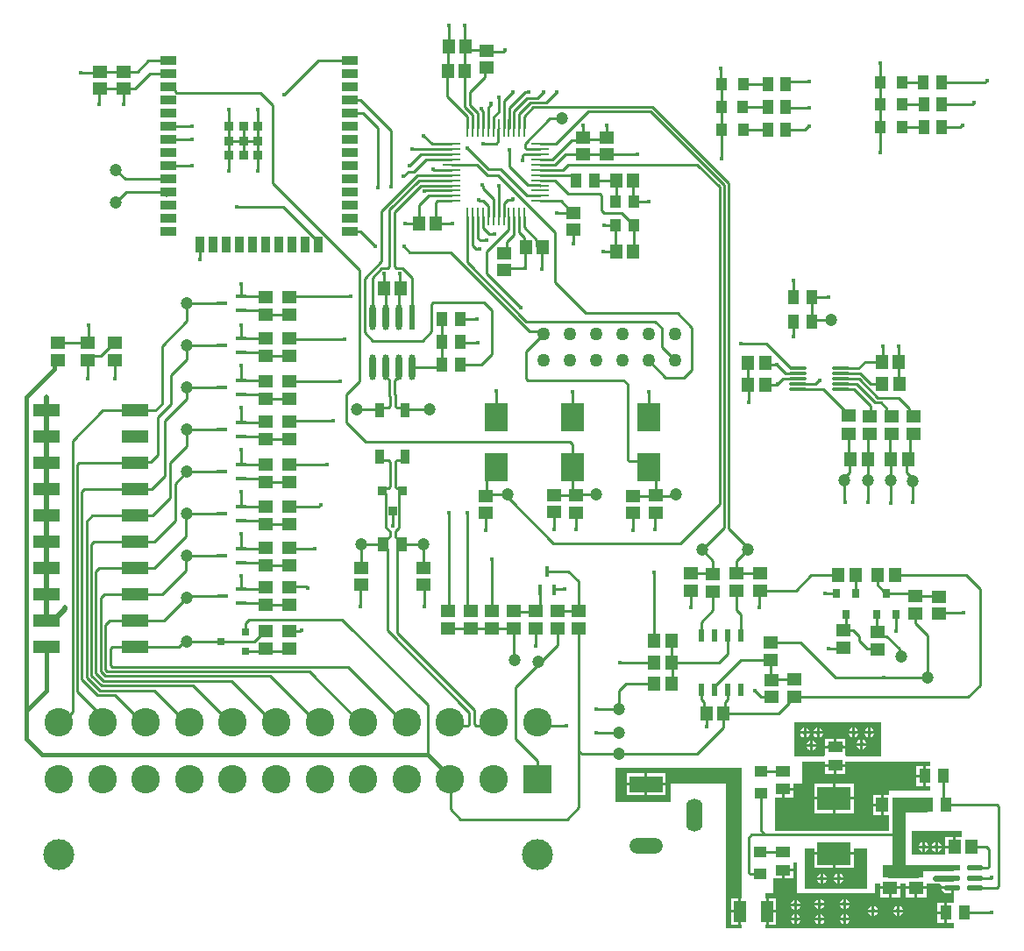
<source format=gtl>
G04*
G04 #@! TF.GenerationSoftware,Altium Limited,Altium Designer,24.6.1 (21)*
G04*
G04 Layer_Physical_Order=1*
G04 Layer_Color=255*
%FSLAX44Y44*%
%MOMM*%
G71*
G04*
G04 #@! TF.SameCoordinates,533720E8-7120-4541-8755-C975A74632B4*
G04*
G04*
G04 #@! TF.FilePolarity,Positive*
G04*
G01*
G75*
%ADD14C,0.2540*%
%ADD20R,0.2794X1.7780*%
%ADD21R,1.7780X0.2794*%
%ADD23R,0.9000X0.9000*%
%ADD24R,0.9000X1.5000*%
%ADD25R,1.5000X0.9000*%
%ADD27R,2.5654X1.2700*%
%ADD30R,0.9000X1.3500*%
%ADD34R,1.1430X2.0320*%
%ADD35R,3.3000X2.3000*%
%ADD36R,1.1176X0.4572*%
G04:AMPARAMS|DCode=37|XSize=1.5544mm|YSize=0.5721mm|CornerRadius=0.2861mm|HoleSize=0mm|Usage=FLASHONLY|Rotation=0.000|XOffset=0mm|YOffset=0mm|HoleType=Round|Shape=RoundedRectangle|*
%AMROUNDEDRECTD37*
21,1,1.5544,0.0000,0,0,0.0*
21,1,0.9823,0.5721,0,0,0.0*
1,1,0.5721,0.4911,0.0000*
1,1,0.5721,-0.4911,0.0000*
1,1,0.5721,-0.4911,0.0000*
1,1,0.5721,0.4911,0.0000*
%
%ADD37ROUNDEDRECTD37*%
%ADD38R,1.5544X0.5721*%
%ADD39R,0.4572X1.1176*%
%ADD40R,2.2000X2.8000*%
%ADD41R,0.8500X0.8500*%
%ADD42R,0.6221X2.4692*%
G04:AMPARAMS|DCode=43|XSize=2.4692mm|YSize=0.6221mm|CornerRadius=0.3111mm|HoleSize=0mm|Usage=FLASHONLY|Rotation=270.000|XOffset=0mm|YOffset=0mm|HoleType=Round|Shape=RoundedRectangle|*
%AMROUNDEDRECTD43*
21,1,2.4692,0.0000,0,0,270.0*
21,1,1.8470,0.6221,0,0,270.0*
1,1,0.6221,0.0000,-0.9235*
1,1,0.6221,0.0000,0.9235*
1,1,0.6221,0.0000,0.9235*
1,1,0.6221,0.0000,-0.9235*
%
%ADD43ROUNDEDRECTD43*%
%ADD44R,1.0500X1.3000*%
%ADD46R,0.4826X1.2573*%
%ADD50C,2.7500*%
%ADD51R,2.7500X2.7500*%
%ADD52C,3.0000*%
%ADD53C,1.2700*%
%ADD54R,3.2000X1.6000*%
G04:AMPARAMS|DCode=55|XSize=3.2mm|YSize=1.6mm|CornerRadius=0.8mm|HoleSize=0mm|Usage=FLASHONLY|Rotation=180.000|XOffset=0mm|YOffset=0mm|HoleType=Round|Shape=RoundedRectangle|*
%AMROUNDEDRECTD55*
21,1,3.2000,0.0000,0,0,180.0*
21,1,1.6000,1.6000,0,0,180.0*
1,1,1.6000,-0.8000,0.0000*
1,1,1.6000,0.8000,0.0000*
1,1,1.6000,0.8000,0.0000*
1,1,1.6000,-0.8000,0.0000*
%
%ADD55ROUNDEDRECTD55*%
G04:AMPARAMS|DCode=56|XSize=1.6mm|YSize=3.2mm|CornerRadius=0.8mm|HoleSize=0mm|Usage=FLASHONLY|Rotation=180.000|XOffset=0mm|YOffset=0mm|HoleType=Round|Shape=RoundedRectangle|*
%AMROUNDEDRECTD56*
21,1,1.6000,1.6000,0,0,180.0*
21,1,0.0000,3.2000,0,0,180.0*
1,1,1.6000,0.0000,0.8000*
1,1,1.6000,0.0000,0.8000*
1,1,1.6000,0.0000,-0.8000*
1,1,1.6000,0.0000,-0.8000*
%
%ADD56ROUNDEDRECTD56*%
%ADD58R,1.1000X1.3000*%
%ADD59C,1.2000*%
%ADD60O,1.7000X0.3000*%
%ADD61R,1.3500X1.2000*%
%ADD62R,1.2000X1.3500*%
%ADD63R,1.3000X1.4500*%
%ADD64R,1.4500X1.3000*%
%ADD65R,1.1000X1.4500*%
%ADD66R,1.4500X1.1000*%
%ADD67R,1.3000X1.1000*%
%ADD68R,0.8000X0.9000*%
%ADD69R,0.8000X0.8000*%
%ADD70C,0.5700*%
%ADD71C,0.4000*%
%ADD72C,0.5000*%
%ADD73C,0.9000*%
%ADD74C,1.3000*%
%ADD75C,0.6300*%
%ADD76C,1.4600*%
%ADD77C,0.4500*%
G36*
X1610360Y424180D02*
X1577946D01*
X1575700Y424890D01*
X1575700Y426720D01*
Y431660D01*
X1565910D01*
X1556120D01*
X1556120Y424890D01*
X1553874Y424180D01*
X1526540D01*
Y457200D01*
X1610360D01*
Y424180D01*
D02*
G37*
G36*
X1657350Y414920D02*
X1653680D01*
Y405130D01*
Y395340D01*
X1657350D01*
Y391160D01*
X1617980D01*
Y386980D01*
X1612520D01*
Y377190D01*
Y367400D01*
X1617980D01*
Y352262D01*
X1507490D01*
Y384331D01*
X1514204D01*
Y392371D01*
X1515474D01*
Y393641D01*
X1525264D01*
Y397510D01*
X1534160D01*
Y419100D01*
X1556120D01*
Y416700D01*
X1565910D01*
X1575700D01*
Y419100D01*
X1657350D01*
Y414920D01*
D02*
G37*
G36*
X1596390Y295910D02*
X1536700D01*
Y335280D01*
X1545600D01*
Y331640D01*
X1564640D01*
X1583680D01*
Y335280D01*
X1596390D01*
Y295910D01*
D02*
G37*
G36*
X1687830Y346257D02*
X1682354D01*
Y336467D01*
X1681084D01*
Y335197D01*
X1672044D01*
Y328980D01*
X1658620D01*
X1658370Y328930D01*
X1639570D01*
Y351790D01*
X1687830D01*
Y346257D01*
D02*
G37*
G36*
X1529080Y292100D02*
X1604010D01*
Y300990D01*
X1609046D01*
Y298357D01*
X1628626D01*
Y300990D01*
X1634237D01*
Y298357D01*
X1653817D01*
Y300990D01*
X1667261D01*
X1668740Y298450D01*
X1668723Y298367D01*
X1678889D01*
Y297097D01*
X1680159D01*
Y291591D01*
X1680459D01*
Y282840D01*
X1674000D01*
Y273050D01*
Y263260D01*
X1680459D01*
Y257885D01*
X1498600D01*
Y261620D01*
X1499235D01*
Y274320D01*
Y287020D01*
X1498600D01*
Y292100D01*
X1506220D01*
Y305877D01*
X1514204D01*
Y313918D01*
X1515474D01*
Y315187D01*
X1525264D01*
Y321310D01*
X1529080D01*
Y292100D01*
D02*
G37*
G36*
X1475740D02*
Y287020D01*
X1475105D01*
Y274320D01*
Y261620D01*
X1475740D01*
Y257885D01*
X1459981D01*
Y397510D01*
X1407160D01*
Y379730D01*
X1353820D01*
Y412750D01*
X1475740D01*
Y292100D01*
D02*
G37*
%LPC*%
G36*
X1600200Y451699D02*
Y448310D01*
X1603589D01*
X1602991Y449753D01*
X1601643Y451101D01*
X1600200Y451699D01*
D02*
G37*
G36*
X1597660D02*
X1596217Y451101D01*
X1594869Y449753D01*
X1594271Y448310D01*
X1597660D01*
Y451699D01*
D02*
G37*
G36*
X1584960D02*
Y448310D01*
X1588349D01*
X1587751Y449753D01*
X1586403Y451101D01*
X1584960Y451699D01*
D02*
G37*
G36*
X1582420D02*
X1580977Y451101D01*
X1579629Y449753D01*
X1579031Y448310D01*
X1582420D01*
Y451699D01*
D02*
G37*
G36*
X1550670D02*
Y448310D01*
X1554059D01*
X1553461Y449753D01*
X1552113Y451101D01*
X1550670Y451699D01*
D02*
G37*
G36*
X1548130D02*
X1546687Y451101D01*
X1545339Y449753D01*
X1544741Y448310D01*
X1548130D01*
Y451699D01*
D02*
G37*
G36*
X1537970D02*
Y448310D01*
X1541359D01*
X1540761Y449753D01*
X1539413Y451101D01*
X1537970Y451699D01*
D02*
G37*
G36*
X1535430D02*
X1533987Y451101D01*
X1532639Y449753D01*
X1532041Y448310D01*
X1535430D01*
Y451699D01*
D02*
G37*
G36*
X1603589Y445770D02*
X1600200D01*
Y442381D01*
X1601643Y442979D01*
X1602991Y444327D01*
X1603589Y445770D01*
D02*
G37*
G36*
X1597660D02*
X1594271D01*
X1594869Y444327D01*
X1596217Y442979D01*
X1597660Y442381D01*
Y445770D01*
D02*
G37*
G36*
X1588349D02*
X1584960D01*
Y442381D01*
X1586403Y442979D01*
X1587751Y444327D01*
X1588349Y445770D01*
D02*
G37*
G36*
X1582420D02*
X1579031D01*
X1579629Y444327D01*
X1580977Y442979D01*
X1582420Y442381D01*
Y445770D01*
D02*
G37*
G36*
X1554059D02*
X1550670D01*
Y442381D01*
X1552113Y442979D01*
X1553461Y444327D01*
X1554059Y445770D01*
D02*
G37*
G36*
X1548130D02*
X1544741D01*
X1545339Y444327D01*
X1546687Y442979D01*
X1548130Y442381D01*
Y445770D01*
D02*
G37*
G36*
X1541359D02*
X1537970D01*
Y442381D01*
X1539413Y442979D01*
X1540761Y444327D01*
X1541359Y445770D01*
D02*
G37*
G36*
X1535430D02*
X1532041D01*
X1532639Y444327D01*
X1533987Y442979D01*
X1535430Y442381D01*
Y445770D01*
D02*
G37*
G36*
X1592580Y440269D02*
Y436880D01*
X1595969D01*
X1595371Y438323D01*
X1594023Y439671D01*
X1592580Y440269D01*
D02*
G37*
G36*
X1590040D02*
X1588597Y439671D01*
X1587249Y438323D01*
X1586651Y436880D01*
X1590040D01*
Y440269D01*
D02*
G37*
G36*
X1544030Y439359D02*
Y435970D01*
X1547419D01*
X1546821Y437413D01*
X1545473Y438761D01*
X1544030Y439359D01*
D02*
G37*
G36*
X1541490D02*
X1540047Y438761D01*
X1538699Y437413D01*
X1538101Y435970D01*
X1541490D01*
Y439359D01*
D02*
G37*
G36*
X1568660Y441031D02*
X1568198Y440970D01*
X1567180D01*
Y434200D01*
X1575725D01*
X1575700Y434391D01*
Y440970D01*
X1569122D01*
X1568660Y441031D01*
D02*
G37*
G36*
X1563160Y441031D02*
X1562699Y440970D01*
X1556120D01*
Y434391D01*
X1556095Y434200D01*
X1564640D01*
Y440970D01*
X1563622D01*
X1563160Y441031D01*
D02*
G37*
G36*
X1595969Y434340D02*
X1592580D01*
Y430951D01*
X1594023Y431549D01*
X1595371Y432897D01*
X1595969Y434340D01*
D02*
G37*
G36*
X1590040D02*
X1586651D01*
X1587249Y432897D01*
X1588597Y431549D01*
X1590040Y430951D01*
Y434340D01*
D02*
G37*
G36*
X1547419Y433430D02*
X1544030D01*
Y430041D01*
X1545473Y430639D01*
X1546821Y431987D01*
X1547419Y433430D01*
D02*
G37*
G36*
X1541490D02*
X1538101D01*
X1538699Y431987D01*
X1540047Y430639D01*
X1541490Y430041D01*
Y433430D01*
D02*
G37*
G36*
X1575700Y414160D02*
X1567180D01*
Y407390D01*
X1575700D01*
Y414160D01*
D02*
G37*
G36*
X1564640D02*
X1556120D01*
Y407390D01*
X1564640D01*
Y414160D01*
D02*
G37*
G36*
X1651140Y414920D02*
X1644370D01*
Y406400D01*
X1651140D01*
Y414920D01*
D02*
G37*
G36*
Y403860D02*
X1644370D01*
Y395340D01*
X1651140D01*
Y403860D01*
D02*
G37*
G36*
X1583680Y397410D02*
X1565910D01*
Y384640D01*
X1583680D01*
Y397410D01*
D02*
G37*
G36*
X1563370D02*
X1545600D01*
Y384640D01*
X1563370D01*
Y397410D01*
D02*
G37*
G36*
X1525264Y391101D02*
X1516744D01*
Y384331D01*
X1525264D01*
Y391101D01*
D02*
G37*
G36*
X1609980Y386980D02*
X1602210D01*
Y378460D01*
X1609980D01*
Y386980D01*
D02*
G37*
G36*
X1583680Y382100D02*
X1565910D01*
Y369330D01*
X1583680D01*
Y382100D01*
D02*
G37*
G36*
X1563370D02*
X1545600D01*
Y369330D01*
X1563370D01*
Y382100D01*
D02*
G37*
G36*
X1609980Y375920D02*
X1602210D01*
Y367400D01*
X1609980D01*
Y375920D01*
D02*
G37*
G36*
X1583680Y329100D02*
X1565910D01*
Y316330D01*
X1583680D01*
Y329100D01*
D02*
G37*
G36*
X1563370D02*
X1545600D01*
Y316330D01*
X1563370D01*
Y329100D01*
D02*
G37*
G36*
X1570543Y310704D02*
Y307316D01*
X1573932D01*
X1573334Y308759D01*
X1571987Y310107D01*
X1570543Y310704D01*
D02*
G37*
G36*
X1568003D02*
X1566560Y310107D01*
X1565212Y308759D01*
X1564615Y307316D01*
X1568003D01*
Y310704D01*
D02*
G37*
G36*
X1554307Y310558D02*
Y307169D01*
X1557695D01*
X1557097Y308613D01*
X1555750Y309960D01*
X1554307Y310558D01*
D02*
G37*
G36*
X1551767D02*
X1550323Y309960D01*
X1548976Y308613D01*
X1548378Y307169D01*
X1551767D01*
Y310558D01*
D02*
G37*
G36*
X1573932Y304776D02*
X1570543D01*
Y301387D01*
X1571987Y301985D01*
X1573334Y303332D01*
X1573932Y304776D01*
D02*
G37*
G36*
X1568003D02*
X1564615D01*
X1565212Y303332D01*
X1566560Y301985D01*
X1568003Y301387D01*
Y304776D01*
D02*
G37*
G36*
X1557695Y304629D02*
X1554307D01*
Y301241D01*
X1555750Y301839D01*
X1557097Y303186D01*
X1557695Y304629D01*
D02*
G37*
G36*
X1551767D02*
X1548378D01*
X1548976Y303186D01*
X1550323Y301839D01*
X1551767Y301241D01*
Y304629D01*
D02*
G37*
G36*
X1664970Y341209D02*
Y337820D01*
X1668359D01*
X1667761Y339263D01*
X1666413Y340611D01*
X1664970Y341209D01*
D02*
G37*
G36*
X1662430D02*
X1660987Y340611D01*
X1659639Y339263D01*
X1659041Y337820D01*
X1662430D01*
Y341209D01*
D02*
G37*
G36*
X1652691D02*
Y337820D01*
X1656080D01*
X1655482Y339263D01*
X1654135Y340611D01*
X1652691Y341209D01*
D02*
G37*
G36*
X1650151D02*
X1648708Y340611D01*
X1647361Y339263D01*
X1646763Y337820D01*
X1650151D01*
Y341209D01*
D02*
G37*
G36*
X1679814Y346257D02*
X1672044D01*
Y337737D01*
X1679814D01*
Y346257D01*
D02*
G37*
G36*
X1668359Y335280D02*
X1664970D01*
Y331891D01*
X1666413Y332489D01*
X1667761Y333837D01*
X1668359Y335280D01*
D02*
G37*
G36*
X1662430D02*
X1659041D01*
X1659639Y333837D01*
X1660987Y332489D01*
X1662430Y331891D01*
Y335280D01*
D02*
G37*
G36*
X1656080D02*
X1652691D01*
Y331891D01*
X1654135Y332489D01*
X1655482Y333837D01*
X1656080Y335280D01*
D02*
G37*
G36*
X1650151D02*
X1646763D01*
X1647361Y333837D01*
X1648708Y332489D01*
X1650151Y331891D01*
Y335280D01*
D02*
G37*
G36*
X1525264Y312647D02*
X1516744D01*
Y305877D01*
X1525264D01*
Y312647D01*
D02*
G37*
G36*
X1677619Y295827D02*
X1668723D01*
X1668890Y294990D01*
X1670083Y293204D01*
X1671870Y292010D01*
X1673977Y291591D01*
X1677619D01*
Y295827D01*
D02*
G37*
G36*
X1653817Y295817D02*
X1645297D01*
Y288047D01*
X1653817D01*
Y295817D01*
D02*
G37*
G36*
X1642757D02*
X1634237D01*
Y288047D01*
X1642757D01*
Y295817D01*
D02*
G37*
G36*
X1628626D02*
X1620106D01*
Y288047D01*
X1628626D01*
Y295817D01*
D02*
G37*
G36*
X1617566D02*
X1609046D01*
Y288047D01*
X1617566D01*
Y295817D01*
D02*
G37*
G36*
X1576239Y286080D02*
Y282692D01*
X1579627D01*
X1579030Y284135D01*
X1577682Y285482D01*
X1576239Y286080D01*
D02*
G37*
G36*
X1573699D02*
X1572256Y285482D01*
X1570908Y284135D01*
X1570310Y282692D01*
X1573699D01*
Y286080D01*
D02*
G37*
G36*
X1552066Y285879D02*
Y282491D01*
X1555454D01*
X1554856Y283934D01*
X1553509Y285282D01*
X1552066Y285879D01*
D02*
G37*
G36*
X1549526D02*
X1548082Y285282D01*
X1546735Y283934D01*
X1546137Y282491D01*
X1549526D01*
Y285879D01*
D02*
G37*
G36*
X1528795Y285278D02*
Y281889D01*
X1532184D01*
X1531586Y283332D01*
X1530238Y284680D01*
X1528795Y285278D01*
D02*
G37*
G36*
X1526255D02*
X1524812Y284680D01*
X1523464Y283332D01*
X1522866Y281889D01*
X1526255D01*
Y285278D01*
D02*
G37*
G36*
X1579627Y280152D02*
X1576239D01*
Y276763D01*
X1577682Y277361D01*
X1579030Y278708D01*
X1579627Y280152D01*
D02*
G37*
G36*
X1573699D02*
X1570310D01*
X1570908Y278708D01*
X1572256Y277361D01*
X1573699Y276763D01*
Y280152D01*
D02*
G37*
G36*
X1555454Y279951D02*
X1552066D01*
Y276562D01*
X1553509Y277160D01*
X1554856Y278508D01*
X1555454Y279951D01*
D02*
G37*
G36*
X1549526D02*
X1546137D01*
X1546735Y278508D01*
X1548082Y277160D01*
X1549526Y276562D01*
Y279951D01*
D02*
G37*
G36*
X1627828Y279550D02*
Y276161D01*
X1631217D01*
X1630619Y277605D01*
X1629271Y278952D01*
X1627828Y279550D01*
D02*
G37*
G36*
X1625288D02*
X1623845Y278952D01*
X1622497Y277605D01*
X1621899Y276161D01*
X1625288D01*
Y279550D01*
D02*
G37*
G36*
X1603698D02*
Y276161D01*
X1607087D01*
X1606489Y277605D01*
X1605141Y278952D01*
X1603698Y279550D01*
D02*
G37*
G36*
X1601158D02*
X1599715Y278952D01*
X1598367Y277605D01*
X1597769Y276161D01*
X1601158D01*
Y279550D01*
D02*
G37*
G36*
X1532184Y279349D02*
X1528795D01*
Y275961D01*
X1530238Y276558D01*
X1531586Y277906D01*
X1532184Y279349D01*
D02*
G37*
G36*
X1526255D02*
X1522866D01*
X1523464Y277906D01*
X1524812Y276558D01*
X1526255Y275961D01*
Y279349D01*
D02*
G37*
G36*
X1508760Y287020D02*
X1501775D01*
Y275590D01*
X1508760D01*
Y287020D01*
D02*
G37*
G36*
X1671460Y282840D02*
X1664690D01*
Y274320D01*
X1671460D01*
Y282840D01*
D02*
G37*
G36*
X1631217Y273622D02*
X1627828D01*
Y270233D01*
X1629271Y270831D01*
X1630619Y272178D01*
X1631217Y273622D01*
D02*
G37*
G36*
X1625288D02*
X1621899D01*
X1622497Y272178D01*
X1623845Y270831D01*
X1625288Y270233D01*
Y273622D01*
D02*
G37*
G36*
X1607087D02*
X1603698D01*
Y270233D01*
X1605141Y270831D01*
X1606489Y272178D01*
X1607087Y273622D01*
D02*
G37*
G36*
X1601158D02*
X1597769D01*
X1598367Y272178D01*
X1599715Y270831D01*
X1601158Y270233D01*
Y273622D01*
D02*
G37*
G36*
X1529080Y271359D02*
Y267970D01*
X1532469D01*
X1531871Y269413D01*
X1530523Y270761D01*
X1529080Y271359D01*
D02*
G37*
G36*
X1526540D02*
X1525097Y270761D01*
X1523749Y269413D01*
X1523151Y267970D01*
X1526540D01*
Y271359D01*
D02*
G37*
G36*
X1576260Y271190D02*
Y267802D01*
X1579648D01*
X1579050Y269245D01*
X1577703Y270593D01*
X1576260Y271190D01*
D02*
G37*
G36*
X1573720D02*
X1572276Y270593D01*
X1570929Y269245D01*
X1570331Y267802D01*
X1573720D01*
Y271190D01*
D02*
G37*
G36*
X1552130D02*
Y267802D01*
X1555518D01*
X1554921Y269245D01*
X1553573Y270593D01*
X1552130Y271190D01*
D02*
G37*
G36*
X1549590D02*
X1548146Y270593D01*
X1546799Y269245D01*
X1546201Y267802D01*
X1549590D01*
Y271190D01*
D02*
G37*
G36*
X1671460Y271780D02*
X1664690D01*
Y263260D01*
X1671460D01*
Y271780D01*
D02*
G37*
G36*
X1532469Y265430D02*
X1529080D01*
Y262041D01*
X1530523Y262639D01*
X1531871Y263987D01*
X1532469Y265430D01*
D02*
G37*
G36*
X1526540D02*
X1523151D01*
X1523749Y263987D01*
X1525097Y262639D01*
X1526540Y262041D01*
Y265430D01*
D02*
G37*
G36*
X1579648Y265262D02*
X1576260D01*
Y261873D01*
X1577703Y262471D01*
X1579050Y263818D01*
X1579648Y265262D01*
D02*
G37*
G36*
X1573720D02*
X1570331D01*
X1570929Y263818D01*
X1572276Y262471D01*
X1573720Y261873D01*
Y265262D01*
D02*
G37*
G36*
X1555518D02*
X1552130D01*
Y261873D01*
X1553573Y262471D01*
X1554921Y263818D01*
X1555518Y265262D01*
D02*
G37*
G36*
X1549590D02*
X1546201D01*
X1546799Y263818D01*
X1548146Y262471D01*
X1549590Y261873D01*
Y265262D01*
D02*
G37*
G36*
X1508760Y273050D02*
X1501775D01*
Y261620D01*
X1508760D01*
Y273050D01*
D02*
G37*
G36*
X1401510Y407761D02*
X1384240D01*
Y398491D01*
X1401510D01*
Y407761D01*
D02*
G37*
G36*
X1381700D02*
X1364430D01*
Y398491D01*
X1381700D01*
Y407761D01*
D02*
G37*
G36*
X1401510Y395951D02*
X1384240D01*
Y386681D01*
X1401510D01*
Y395951D01*
D02*
G37*
G36*
X1381700D02*
X1364430D01*
Y386681D01*
X1381700D01*
Y395951D01*
D02*
G37*
G36*
X1472565Y287020D02*
X1465580D01*
Y275590D01*
X1472565D01*
Y287020D01*
D02*
G37*
G36*
Y273050D02*
X1465580D01*
Y261620D01*
X1472565D01*
Y273050D01*
D02*
G37*
%LPD*%
D14*
X1265138Y1005433D02*
X1280795D01*
X1263650Y1003945D02*
X1265138Y1005433D01*
X1263650Y999490D02*
Y1003945D01*
X1280795Y1005433D02*
X1280922Y1005560D01*
X1235730Y945408D02*
Y962640D01*
X1225554Y972816D02*
X1235730Y962640D01*
X1225554Y972816D02*
Y975279D01*
X1225179Y975654D02*
X1225554Y975279D01*
X1240750Y974138D02*
X1241260Y974648D01*
Y975178D01*
X1240750Y945388D02*
Y974138D01*
X1254362Y961927D02*
X1254737Y962303D01*
X1245750Y958359D02*
X1249318Y961927D01*
X1254362D01*
X1690230Y273050D02*
X1717040D01*
X1700981Y306684D02*
X1715853D01*
X1716510Y307340D01*
X1717040D01*
X1700894Y306597D02*
X1700981Y306684D01*
X1721902Y377190D02*
X1723390Y375702D01*
X1721902Y297097D02*
X1723390Y298585D01*
X1700894Y297097D02*
X1721902D01*
X1723390Y298585D02*
Y375702D01*
X1669910Y377190D02*
X1721902D01*
X1426210Y567690D02*
Y583710D01*
X1492250Y567690D02*
Y582930D01*
X1637943Y712503D02*
Y735081D01*
X1636640Y711200D02*
X1637943Y712503D01*
X1627410Y770350D02*
X1637249Y760511D01*
X1607160Y770350D02*
X1627410D01*
X1637249Y755608D02*
Y760511D01*
Y755608D02*
X1640668Y752189D01*
X1578859Y712611D02*
Y735955D01*
Y712611D02*
X1580270Y711200D01*
Y710450D02*
Y711200D01*
X1276289Y547139D02*
X1276604Y547453D01*
X1276289Y530682D02*
Y547139D01*
X1278890Y513080D02*
Y515620D01*
X1256897Y441093D02*
Y491087D01*
X1278890Y513080D01*
X1275080Y518160D02*
X1283970D01*
X1278160Y398780D02*
Y419830D01*
X1297724Y531914D02*
Y547365D01*
X1283970Y518160D02*
X1297724Y531914D01*
X1234580Y547453D02*
X1255150D01*
X1213609D02*
X1234580D01*
X1131686Y645246D02*
X1135732Y641199D01*
X1131686Y645246D02*
Y677787D01*
X1140812Y636118D02*
Y641144D01*
X1142300Y634630D02*
X1142476D01*
X1138206Y660767D02*
X1138300Y660673D01*
X1133436Y634630D02*
X1133928D01*
X1129206Y630400D02*
X1133436Y634630D01*
X1140812Y636118D02*
X1142300Y634630D01*
X1140812Y641144D02*
X1144726Y645057D01*
X1133928Y634630D02*
X1135732Y636435D01*
X1144726Y645057D02*
Y677787D01*
X1142476Y634630D02*
X1146706Y630400D01*
X1138300Y646438D02*
Y660673D01*
X1135732Y636435D02*
Y641199D01*
X1128706Y680767D02*
X1131686Y677787D01*
X1129206Y628650D02*
Y630400D01*
X1146706Y628650D02*
Y630400D01*
X1168693Y569140D02*
Y589650D01*
X1168543Y589800D02*
X1168693Y589650D01*
X1107515Y589528D02*
X1107777Y589790D01*
X1107515Y568859D02*
Y589528D01*
X1615334Y540203D02*
X1627727Y527810D01*
X1606489Y544416D02*
X1610701Y540203D01*
X1615334D01*
X1627727Y522383D02*
X1629410Y520700D01*
X1627727Y522383D02*
Y527810D01*
X1624832Y545333D02*
Y560964D01*
X1624686Y561110D02*
X1624832Y560964D01*
X1666759Y562749D02*
X1690209D01*
X1666240Y562230D02*
X1666759Y562749D01*
X1370440Y659036D02*
X1370813Y659409D01*
X1370440Y642123D02*
Y659036D01*
X1392040Y642868D02*
Y658701D01*
X1392341Y659002D01*
X1315880Y643148D02*
Y659179D01*
X1315668Y659392D02*
X1315880Y659179D01*
X1294280Y642961D02*
Y659870D01*
X1294130Y660020D02*
X1294280Y659870D01*
X1249680Y674350D02*
Y676910D01*
X1252652Y671089D02*
Y671378D01*
X1293821Y629920D02*
X1416050D01*
X1249680Y674350D02*
X1252652Y671378D01*
Y671089D02*
X1293821Y629920D01*
X1229360Y676910D02*
X1249680D01*
X1550140Y787400D02*
X1550670D01*
X1546410Y783670D02*
X1550140Y787400D01*
X1530170Y783670D02*
X1546410D01*
X1554644Y778670D02*
X1580689Y752624D01*
X1530170Y778670D02*
X1554644D01*
X1203609Y824310D02*
X1204435Y823485D01*
X1220584D01*
X1203497Y846531D02*
X1203765Y846263D01*
X1219822D01*
X1210310Y567752D02*
X1213609Y564453D01*
X1210310Y567752D02*
Y659130D01*
X1455912Y1001867D02*
Y1029186D01*
Y1001867D02*
X1456071Y1001709D01*
X1344930Y1005460D02*
X1374282D01*
X1374435Y1005307D01*
X1192530Y1109980D02*
Y1130300D01*
X1207770Y1110740D02*
Y1130300D01*
Y1110740D02*
X1208530Y1109980D01*
X1248410Y915311D02*
Y920750D01*
X1245870Y913130D02*
X1246229D01*
X1248410Y915311D01*
Y920750D02*
X1255750Y928090D01*
X1229360Y890386D02*
Y911812D01*
Y890386D02*
X1262356Y857390D01*
X1210750Y901189D02*
Y945388D01*
X1154847Y911186D02*
X1194333D01*
X1270930Y834589D01*
X1278482D01*
X1267730Y844209D02*
X1392190D01*
X1210750Y901189D02*
X1267730Y844209D01*
X1229360Y911812D02*
X1250750Y933202D01*
X1266840Y895800D02*
Y911737D01*
X1265378Y913199D02*
X1266840Y911737D01*
X1250750Y933202D02*
Y945388D01*
X1282948Y895121D02*
Y911537D01*
X1277850Y916635D02*
X1282948Y911537D01*
X1247200Y895800D02*
X1266840D01*
X1260750Y929870D02*
Y945388D01*
X1265378Y913199D02*
Y925242D01*
X1260750Y929870D02*
X1265378Y925242D01*
X1265877Y935033D02*
X1277850Y923060D01*
X1265877Y935033D02*
Y945261D01*
X1277850Y916635D02*
Y923060D01*
X1265750Y945388D02*
X1265877Y945261D01*
X1008380Y989330D02*
Y1004340D01*
X1008650Y1004610D01*
X1478537Y629065D02*
X1481604Y625999D01*
X1478537Y629065D02*
Y629166D01*
X1463230Y644473D02*
X1478537Y629166D01*
X1463230Y644473D02*
Y977851D01*
X1481604Y623439D02*
Y625999D01*
X1457540Y465797D02*
X1511287D01*
X1521138Y475648D01*
X1525868Y481128D02*
X1526618D01*
X1521138Y476398D02*
X1525868Y481128D01*
X1521138Y475648D02*
Y476398D01*
X1286610Y1055470D02*
X1296670Y1065530D01*
X1271370Y1055470D02*
X1286610D01*
X1241245Y1060368D02*
X1241337Y1060276D01*
Y1047027D02*
Y1060276D01*
X1245877Y1057365D02*
X1254443Y1065931D01*
X1245877Y1030859D02*
Y1057365D01*
X1233830Y1053798D02*
Y1054328D01*
X1230750Y1050717D02*
X1233830Y1053798D01*
X1230750Y1030732D02*
Y1050717D01*
X1224280Y1048889D02*
X1225750Y1047419D01*
X1224280Y1048889D02*
Y1049419D01*
X1225750Y1030732D02*
Y1047419D01*
X1235750Y1041440D02*
X1241337Y1047027D01*
X1266190Y1012048D02*
X1267678Y1010560D01*
X1266190Y1016000D02*
X1290265Y1040075D01*
X1267678Y1010560D02*
X1280922D01*
X1266190Y1012048D02*
Y1016000D01*
X1290265Y1040075D02*
X1301695D01*
X1301750Y1040130D01*
X1295527Y881932D02*
Y930333D01*
X1325289Y852170D02*
X1413510D01*
X1295527Y881932D02*
X1325289Y852170D01*
X1240340Y985520D02*
X1295527Y930333D01*
X1230129Y985520D02*
X1240340D01*
X1427480Y797560D02*
Y838200D01*
X1413510Y852170D02*
X1427480Y838200D01*
X1402080Y789940D02*
X1419860D01*
X1385570Y806450D02*
X1402080Y789940D01*
X1419860D02*
X1427480Y797560D01*
X1392190Y844209D02*
X1398235Y838165D01*
X1220089Y995560D02*
X1230129Y985520D01*
X1195578Y995560D02*
X1220089D01*
X1231231Y990838D02*
X1242614D01*
X1210770Y1011300D02*
X1231231Y990838D01*
X1236605Y928745D02*
X1236980Y928370D01*
X1170175Y970560D02*
X1195578D01*
X1168826Y969741D02*
X1169356D01*
X1170175Y970560D01*
X1149149Y984250D02*
X1153673Y988774D01*
X1159249D01*
X1171035Y1000560D02*
X1195578D01*
X1159249Y988774D02*
X1171035Y1000560D01*
X1162165Y985270D02*
X1179268D01*
X1140460Y949960D02*
X1166060Y975560D01*
X1163956Y980640D02*
X1195318D01*
X1135380Y952064D02*
X1163956Y980640D01*
X1166060Y975560D02*
X1195398D01*
X1127767Y950872D02*
X1162165Y985270D01*
X1135380Y897278D02*
Y952064D01*
X1127767Y901964D02*
Y950872D01*
X1180210Y938530D02*
X1196340D01*
X1107640Y1057710D02*
X1137153Y1028196D01*
X1136868Y974480D02*
X1137153Y974765D01*
Y1028196D01*
X1110180Y1045010D02*
X1124402Y1030788D01*
Y973528D02*
Y1030788D01*
X1111250Y885447D02*
X1127767Y901964D01*
X1107251Y930910D02*
X1121542Y916619D01*
X1097350Y930910D02*
X1107251D01*
X1111250Y833338D02*
X1119088Y825500D01*
X1111250Y833338D02*
Y885447D01*
X1093622Y773964D02*
X1106170Y786512D01*
X1022350Y977882D02*
X1106170Y894062D01*
Y786512D02*
Y894062D01*
X1038860Y867931D02*
X1039263Y868334D01*
X1098251D01*
X1039687Y827207D02*
X1092437D01*
X1038860Y828035D02*
X1039687Y827207D01*
X1038860Y786620D02*
X1038968Y786512D01*
X1087700D01*
X1038860Y747640D02*
X1039405Y748185D01*
X1081241D01*
X1038938Y706198D02*
X1075212D01*
X1038860Y706120D02*
X1038938Y706198D01*
X1038926Y665605D02*
X1067464D01*
X1068437Y666579D01*
X1068967D01*
X1038860Y625330D02*
X1039736Y624454D01*
X1062929D01*
X1050398Y545878D02*
X1050929D01*
X1038999Y544742D02*
X1049263D01*
X1050398Y545878D01*
X1038860Y544882D02*
X1038999Y544742D01*
X1039250Y588010D02*
X1054840D01*
X1056110Y586740D01*
X1056640D01*
X1179268Y985270D02*
X1179558Y985560D01*
X1195578D01*
X1177247Y991055D02*
X1177615Y990687D01*
X1128014Y895790D02*
X1133892D01*
X1135380Y897278D01*
X1140460D02*
Y949960D01*
X1147827Y895790D02*
X1156970Y886646D01*
X1140460Y897278D02*
X1141948Y895790D01*
X1119088Y825500D02*
X1167130D01*
X1177615Y990687D02*
X1195451D01*
X1141948Y895790D02*
X1147827D01*
X1195451Y990687D02*
X1195578Y990560D01*
X1156970Y848372D02*
Y886646D01*
X1118870Y848372D02*
Y886646D01*
X1128014Y895790D01*
X1164210Y956274D02*
X1173496Y965560D01*
X1195578D01*
X1149221Y916812D02*
X1154847Y911186D01*
X1022350Y977882D02*
Y1052830D01*
X1167130Y825500D02*
X1176020Y834390D01*
Y860842D01*
X1177508Y862330D02*
X1226820D01*
X1176020Y860842D02*
X1177508Y862330D01*
X1226820D02*
X1234440Y854710D01*
Y812800D02*
Y854710D01*
X1224360Y802720D02*
X1234440Y812800D01*
X1203469Y802720D02*
X1224360D01*
X1250864Y1030846D02*
Y1050204D01*
X1266190Y1065530D01*
X1270000D01*
X1455912Y1051329D02*
Y1073579D01*
Y1029186D02*
Y1051329D01*
X1455420Y1074071D02*
Y1088490D01*
X1246610Y1106070D02*
X1247140D01*
X1245440Y1104900D02*
X1246610Y1106070D01*
X1225762Y1015464D02*
X1226137Y1015839D01*
X1238295Y1016020D02*
X1240623Y1018348D01*
X1226137Y1015839D02*
X1227523D01*
X1227703Y1016020D01*
X1238295D01*
X1251109Y993542D02*
X1268964Y975687D01*
X1280795D01*
X1251109Y993542D02*
Y1010205D01*
X1267893Y965560D02*
X1280922D01*
X1242614Y990838D02*
X1267893Y965560D01*
X1245750Y945388D02*
Y958359D01*
X1280795Y975687D02*
X1280922Y975560D01*
X1240623Y1018348D02*
Y1030605D01*
X1240750Y1030732D01*
X1032970Y955040D02*
X1066800Y921210D01*
X988060Y955040D02*
X1032970D01*
X1066800Y918210D02*
Y921210D01*
X1208150Y1085850D02*
Y1106170D01*
X1215750Y1030732D02*
Y1043651D01*
X1212850Y1052971D02*
Y1065530D01*
X1208310Y1051090D02*
X1215750Y1043651D01*
X1220750Y1030732D02*
Y1045071D01*
X1210750Y1030732D02*
Y1042230D01*
X1212850Y1052971D02*
X1220750Y1045071D01*
X1191260Y1061720D02*
X1210750Y1042230D01*
X1212850Y1065530D02*
X1227778Y1080458D01*
X1228470Y1106170D02*
X1229740Y1104900D01*
X1245440D01*
X1540027Y1032510D02*
X1540557D01*
X1536899Y1029382D02*
X1540027Y1032510D01*
X1518286Y1029382D02*
X1536899D01*
X1520806Y1076073D02*
X1540869D01*
X1518312Y1073579D02*
X1520806Y1076073D01*
X922350Y994410D02*
X944880D01*
X922150Y994210D02*
X922350Y994410D01*
Y1019810D02*
X944880D01*
X922150Y1019610D02*
X922350Y1019810D01*
X1519008Y1050290D02*
X1540510D01*
X1518312Y1050986D02*
X1519008Y1050290D01*
X1033780Y1062990D02*
X1066600Y1095810D01*
X922350Y1032510D02*
X944880D01*
X922150Y1032310D02*
X922350Y1032510D01*
X1455420Y1074071D02*
X1455912Y1073579D01*
X1609512Y1032087D02*
Y1074829D01*
X1609090Y1007110D02*
Y1031665D01*
X1609512Y1032087D01*
X1609090Y1075251D02*
X1609512Y1074829D01*
X1609090Y1075251D02*
Y1093470D01*
X1518326Y793670D02*
X1530170D01*
X1513679Y798317D02*
Y798317D01*
Y798317D02*
X1518326Y793670D01*
X1509206Y802790D02*
X1513679Y798317D01*
X1499720Y802790D02*
X1509206D01*
X1498600Y803910D02*
X1499720Y802790D01*
X1498880Y822960D02*
X1523170Y798670D01*
X1530170D01*
X1474470Y822960D02*
X1498880D01*
X1525307Y829916D02*
Y844174D01*
X1225750Y934520D02*
X1231525Y928745D01*
X1236605D01*
X1220750Y924568D02*
X1223001Y922317D01*
X1220750Y924568D02*
Y945388D01*
X1223001Y922317D02*
X1229622D01*
X1686411Y1031686D02*
X1688064Y1033339D01*
X1668798Y1031686D02*
X1686411D01*
X1688064Y1033339D02*
X1688594D01*
X1699837Y1055186D02*
X1700367D01*
X1668839Y1053544D02*
X1698195D01*
X1699837Y1055186D01*
X1710332Y1074649D02*
X1712315Y1076632D01*
X1668730Y1074649D02*
X1710332D01*
X1712315Y1076632D02*
X1712845D01*
X1344930Y1021460D02*
Y1033150D01*
X1322070Y1021460D02*
Y1033150D01*
X1280922Y1015560D02*
X1296044D01*
X1327504Y1047020D01*
X1278450Y1060010D02*
X1283970Y1065530D01*
X1222115Y961015D02*
X1225539D01*
X1221740Y961390D02*
X1222115Y961015D01*
X1225539D02*
X1230661Y955894D01*
X1313180Y919480D02*
Y933070D01*
X1342173Y912020D02*
X1354218D01*
X1354370Y911869D01*
X1353960Y912000D02*
Y937190D01*
X1458690Y645041D02*
Y975971D01*
X1389521Y1051560D02*
X1463230Y977851D01*
X1387641Y1047020D02*
X1458690Y975971D01*
X1454150Y668020D02*
Y974090D01*
X1308100Y995680D02*
X1432560D01*
X1454150Y974090D01*
X1150620Y938530D02*
X1164210D01*
Y956274D01*
X1219023Y914233D02*
X1222093D01*
X1222468Y913858D01*
X1215750Y917506D02*
X1219023Y914233D01*
X1215750Y917506D02*
Y945388D01*
X1165936Y1005560D02*
X1195578D01*
X1281221Y831850D02*
X1283970D01*
X1278482Y834589D02*
X1281221Y831850D01*
X1154669Y994294D02*
X1165936Y1005560D01*
X1168400Y1023620D02*
X1176460Y1015560D01*
X1195578D01*
X1156970Y1010920D02*
X1157330Y1010560D01*
X1195578D01*
X1230661Y945477D02*
Y955894D01*
Y945477D02*
X1230750Y945388D01*
X1235730Y945408D02*
X1235750Y945388D01*
X1225750Y934520D02*
Y945388D01*
X1371460Y960190D02*
X1385500D01*
X1296670Y948690D02*
X1312800D01*
X1313180Y949070D01*
X1342324Y937123D02*
X1353893D01*
X1353960Y937190D01*
X1525270Y867690D02*
Y883920D01*
X1416050Y629920D02*
X1454150Y668020D01*
X1437087Y623439D02*
X1458690Y645041D01*
X1525307Y844174D02*
X1525410Y844277D01*
X1481706Y783072D02*
X1482090Y782687D01*
Y765810D02*
Y782687D01*
X1481600Y783177D02*
X1481706Y783072D01*
X1611630Y805052D02*
Y820420D01*
X1611358Y804780D02*
X1611630Y805052D01*
X1580689Y752624D02*
X1581439D01*
X1615690Y754895D02*
Y760480D01*
X1610360Y765810D02*
X1615690Y760480D01*
X1604010Y765810D02*
X1610360D01*
X1615690Y754895D02*
X1618427Y752158D01*
X1571170Y778670D02*
X1583692D01*
X1571170Y783670D02*
X1586150D01*
X1604010Y765810D01*
X1583692Y778670D02*
X1600062Y762300D01*
Y752490D02*
Y762300D01*
X1590261Y793670D02*
X1600341Y783590D01*
X1610750D01*
X1588840Y788670D02*
X1607160Y770350D01*
X1571170Y793670D02*
X1590261D01*
X1571170Y788670D02*
X1588840D01*
X1618370Y711200D02*
Y735100D01*
X1618427Y735158D01*
X1597270Y732699D02*
X1600062Y735490D01*
X1597270Y711200D02*
Y732699D01*
X1579880Y698520D02*
Y710060D01*
X1580270Y710450D01*
X1574800Y690880D02*
Y693440D01*
X1579880Y698520D01*
X1634490Y697975D02*
Y710320D01*
X1635370Y711200D01*
X1640522Y690133D02*
Y691943D01*
X1634490Y697975D02*
X1640522Y691943D01*
X1618370Y711200D02*
X1619358Y710212D01*
Y690535D02*
Y710212D01*
X1597114Y690535D02*
Y711044D01*
X1597270Y711200D01*
X1390650Y536330D02*
X1391040Y535940D01*
X1390650Y536330D02*
Y601980D01*
X1238250Y751580D02*
Y777240D01*
X1234440Y564512D02*
Y614680D01*
Y564512D02*
X1234580Y564372D01*
X1192530Y564836D02*
Y659130D01*
X1192148Y564454D02*
X1192530Y564836D01*
X1180210Y938530D02*
Y959072D01*
X1181698Y960560D02*
X1195578D01*
X1180210Y959072D02*
X1181698Y960560D01*
X1112495Y727710D02*
X1309370D01*
X1093622Y746583D02*
Y773964D01*
X1229315Y676865D02*
X1229360Y676910D01*
X1093622Y746583D02*
X1112495Y727710D01*
X929868Y1064480D02*
X1010700D01*
X925150Y1070410D02*
X928380Y1067180D01*
X922150Y1070410D02*
X925150D01*
X928380Y1065968D02*
X929868Y1064480D01*
X1010700D02*
X1022350Y1052830D01*
X928380Y1065968D02*
Y1067180D01*
X1311910Y703580D02*
Y725170D01*
X1309370Y727710D02*
X1311910Y725170D01*
X1228090Y642620D02*
Y659640D01*
X1227778Y1087698D02*
X1229360Y1089280D01*
X1227778Y1080458D02*
Y1087698D01*
X1208310Y1051090D02*
Y1085690D01*
X1192150Y1085850D02*
Y1106170D01*
X1191260Y1084960D02*
X1192150Y1085850D01*
X1208150Y1106170D02*
X1228470D01*
X1191260Y1061720D02*
Y1084960D01*
X869950Y806390D02*
X870010Y806450D01*
X869950Y788670D02*
Y806390D01*
X843581Y788536D02*
Y805996D01*
X848765Y811180D01*
X844521Y823936D02*
Y840436D01*
X844035Y823450D02*
X844521Y823936D01*
X843003Y823450D02*
X844035D01*
X815340D02*
X843003D01*
X835660Y707390D02*
X890090D01*
X829310Y466930D02*
Y728980D01*
X833850Y705580D02*
X835660Y707390D01*
X833850Y486950D02*
Y705580D01*
X829310Y728980D02*
X858520Y758190D01*
X1005038Y534670D02*
X1015250Y544882D01*
X1016000D01*
X972250Y534670D02*
X1005038D01*
X803853Y758427D02*
X804090Y758190D01*
X1441450Y452750D02*
Y465706D01*
X1640522Y690133D02*
X1640566Y690089D01*
Y669175D02*
Y690089D01*
Y669175D02*
X1640610Y669130D01*
X1619358Y690535D02*
X1619462Y690431D01*
Y668861D02*
Y690431D01*
Y668861D02*
X1619567Y668757D01*
X1597526Y669505D02*
X1597901Y669130D01*
X1597114Y690535D02*
X1597526Y690124D01*
Y669505D02*
Y690124D01*
X1575019Y669350D02*
Y690661D01*
Y669350D02*
X1575238Y669130D01*
X1574800Y690880D02*
X1575019Y690661D01*
X1525868Y481128D02*
X1693978D01*
X1623686Y598890D02*
X1692190D01*
X1693978Y481128D02*
X1705610Y492760D01*
X1692190Y598890D02*
X1705610Y585470D01*
Y492760D02*
Y585470D01*
X1307081Y363220D02*
X1318386Y374524D01*
Y429134D01*
X1203960Y363220D02*
X1307081D01*
X1432214Y426374D02*
X1457540Y451701D01*
X1488440Y487680D02*
X1494492Y481628D01*
X1357200Y426374D02*
X1432214D01*
X1457540Y451701D02*
Y465797D01*
X1494492Y481628D02*
X1504406D01*
X1194160Y373020D02*
X1203960Y363220D01*
X1321146Y426374D02*
X1357200D01*
X1194160Y373020D02*
Y403500D01*
X1357630Y514350D02*
X1390650D01*
X1144270Y848372D02*
Y876300D01*
X1145540Y876680D02*
Y890270D01*
Y876680D02*
X1145920Y876300D01*
X1131570Y848372D02*
Y876300D01*
X1130300Y876680D02*
Y890270D01*
X1129920Y876300D02*
X1130300Y876680D01*
X878576Y1068960D02*
X878840Y1068697D01*
Y1054100D02*
Y1068697D01*
X854710Y1067690D02*
X855980Y1068960D01*
X854710Y1054100D02*
Y1067690D01*
X836930Y1084580D02*
X855600D01*
X855980Y1084960D01*
X1066600Y1095810D02*
X1097150D01*
X1527810Y584200D02*
X1542500Y598890D01*
X1568586D01*
X1493520Y584200D02*
X1527810D01*
X1492250Y582930D02*
X1493520Y584200D01*
X1612900Y500380D02*
X1654024D01*
X1565910D02*
X1612900D01*
X1606095Y544416D02*
Y560701D01*
X1582810Y545710D02*
X1588770Y539750D01*
Y535940D02*
Y539750D01*
X1573530Y545710D02*
X1582810D01*
X1588770Y535940D02*
X1596390Y528320D01*
X1605584D01*
X1606489Y527416D01*
X1576476Y548656D02*
Y561110D01*
X1573530Y545710D02*
X1576476Y548656D01*
X1559560Y528320D02*
X1573140D01*
X1573530Y528710D01*
X1605686Y561110D02*
X1606095Y560701D01*
X1532010Y534280D02*
X1565910Y500380D01*
X1503680Y534280D02*
X1532010D01*
X1504406Y497628D02*
X1504906Y498128D01*
X1526618D01*
X1503680Y498354D02*
Y517280D01*
Y498354D02*
X1504406Y497628D01*
X1585586Y581500D02*
Y598890D01*
Y581500D02*
X1585976Y581110D01*
X1390650Y514350D02*
X1391040Y514740D01*
X1357200Y487250D02*
X1363980Y494030D01*
X1391040D01*
X1357200Y469387D02*
Y487250D01*
X1441450Y465706D02*
X1441541Y465797D01*
X1654810Y500380D02*
Y541020D01*
X1643380Y552450D02*
X1654810Y541020D01*
X1643380Y552450D02*
Y561730D01*
X1335232Y469405D02*
X1357181D01*
X1335214Y469424D02*
X1335232Y469405D01*
X1316990Y1020028D02*
Y1021460D01*
X1357181Y469405D02*
X1357200Y469387D01*
X1566426Y581660D02*
X1566976Y581110D01*
X1555750Y581660D02*
X1566426D01*
X1606686Y589610D02*
X1611956Y584340D01*
X1612456D01*
X1615186Y581110D02*
Y581610D01*
X1606686Y589610D02*
Y598890D01*
X1612456Y584340D02*
X1615186Y581610D01*
Y581110D02*
X1641000D01*
X1643380Y578730D01*
X1665740D02*
X1666240Y578230D01*
X1643380Y578730D02*
X1665740D01*
X1498706Y783072D02*
X1509512D01*
X1515110Y788670D01*
X1530170D01*
X1481600Y783177D02*
Y803910D01*
X1626870Y805268D02*
X1627358Y804780D01*
X1626870Y805268D02*
Y820420D01*
X1627358Y783982D02*
X1627750Y783590D01*
X1627358Y783982D02*
Y804780D01*
X1571170Y798670D02*
X1588610D01*
X1594720Y804780D02*
X1611358D01*
X1588610Y798670D02*
X1594720Y804780D01*
X1525270Y867690D02*
X1525550Y867410D01*
X1542910Y867270D02*
X1543050Y867410D01*
X1559560D01*
X1097150Y1057710D02*
X1107640D01*
X1097150Y1045010D02*
X1110180D01*
X1038860Y665671D02*
X1038926Y665605D01*
X1038860Y608330D02*
X1038860Y608330D01*
X1235750Y1030732D02*
Y1041440D01*
X1245750Y1030732D02*
X1245877Y1030859D01*
X1250750Y1030732D02*
X1250864Y1030846D01*
X1255750Y1047470D02*
X1268290Y1060010D01*
X1278450D01*
X1274450Y1050930D02*
X1324993D01*
X1265750Y1042230D02*
X1274450Y1050930D01*
X1260877Y1044977D02*
X1271370Y1055470D01*
X1260877Y1030859D02*
Y1044977D01*
X1265750Y1030732D02*
Y1042230D01*
X1324993Y1050930D02*
X1325623Y1051560D01*
X1255750Y1030732D02*
Y1047470D01*
X1325623Y1051560D02*
X1389521D01*
X1260750Y1030732D02*
X1260877Y1030859D01*
X1038860Y587620D02*
X1039250Y588010D01*
X1089660Y556260D02*
X1172210Y473710D01*
X999490Y556260D02*
X1089660D01*
X980440Y1032820D02*
Y1049020D01*
Y1032820D02*
X980650Y1032610D01*
X1008380Y1032880D02*
X1008650Y1032610D01*
X1008380Y1032880D02*
Y1049020D01*
X980440Y1004400D02*
X980650Y1004610D01*
X980440Y989330D02*
Y1004400D01*
X1327504Y1047020D02*
X1387641D01*
X1280922Y990560D02*
X1302980D01*
X1308100Y995680D01*
X1295280Y995560D02*
X1305180Y1005460D01*
X1280922Y995560D02*
X1295280D01*
Y980560D02*
X1308100Y967740D01*
X1338362D01*
X1280922Y980560D02*
X1295280D01*
X1280922Y1000560D02*
X1292660D01*
X1311228Y1019128D01*
X1398235Y819185D02*
X1410970Y806450D01*
X1398235Y819185D02*
Y838165D01*
X1097150Y930710D02*
X1097350Y930910D01*
X1366738Y709712D02*
X1379438D01*
X1385570Y703580D01*
X1365250Y711200D02*
X1366738Y709712D01*
X1365250Y711200D02*
Y783590D01*
X1267460Y788888D02*
X1268948Y787400D01*
X1361440D02*
X1365250Y783590D01*
X1267460Y788888D02*
Y815340D01*
X1268948Y787400D02*
X1361440D01*
X1267460Y815340D02*
X1283970Y831850D01*
X1255150Y547453D02*
X1255432Y547171D01*
X1192148Y547453D02*
X1213609D01*
X1276031Y563880D02*
X1276604Y564453D01*
X1256030Y563880D02*
X1276031D01*
X1255714Y564453D02*
X1256030Y564138D01*
Y563880D02*
Y564138D01*
X1294930Y585470D02*
X1304290D01*
X1294413Y584953D02*
X1294930Y585470D01*
X1318351Y564366D02*
X1318386Y564331D01*
X1297724Y564366D02*
X1318351D01*
X1308363Y602987D02*
X1318386Y592964D01*
X1287428Y602987D02*
X1308363D01*
X1318386Y564331D02*
Y592964D01*
X1276604Y564453D02*
X1280443Y568292D01*
Y584953D01*
X1459230Y467486D02*
Y476250D01*
X1457540Y465797D02*
X1459230Y467486D01*
Y476250D02*
X1461770Y478790D01*
Y488125D01*
X1438910Y468427D02*
Y476250D01*
Y468427D02*
X1441541Y465797D01*
X1436370Y478790D02*
Y488125D01*
Y478790D02*
X1438910Y476250D01*
X1470660Y600710D02*
Y612495D01*
X1481604Y623439D01*
X1437087Y623439D02*
X1447800Y612726D01*
Y600320D02*
Y612726D01*
X991997Y586105D02*
Y598043D01*
X991870Y624840D02*
Y638810D01*
Y665480D02*
Y679450D01*
Y706120D02*
Y720090D01*
Y746760D02*
Y760730D01*
Y787400D02*
Y801370D01*
Y828040D02*
Y840740D01*
Y868680D02*
Y880110D01*
X1015995Y828040D02*
X1016000Y828035D01*
X1038860Y850931D02*
X1038860Y850931D01*
X1016000Y850931D02*
X1038860D01*
X1016000Y811035D02*
X1038860D01*
X1038860Y811035D01*
X1016000Y769620D02*
X1038860D01*
X1016000Y730640D02*
X1038860D01*
X1016000Y730640D02*
X1016000Y730640D01*
X1016000Y570620D02*
X1038860D01*
X1016000Y608330D02*
X1038860D01*
X1016000Y608330D02*
X1016000Y608330D01*
X1016000Y648671D02*
X1038860D01*
X1038860Y689120D02*
X1038860Y689120D01*
X1016000Y689120D02*
X1038860D01*
X1334909Y447179D02*
X1357200D01*
X1278160Y453780D02*
X1306440D01*
X1318386Y429134D02*
Y547331D01*
Y429134D02*
X1321146Y426374D01*
X1470293Y565264D02*
X1474348Y561210D01*
Y540698D02*
Y561210D01*
X1470293Y565264D02*
Y583343D01*
X1436370Y553720D02*
X1447800Y565150D01*
X1436370Y540575D02*
Y553720D01*
X1447800Y565150D02*
Y583320D01*
X1470293Y583343D02*
X1470660Y583710D01*
X848765Y811180D02*
X856990D01*
X869260Y823450D01*
X870010D01*
X811936Y803046D02*
X815340Y806450D01*
X1172210Y425450D02*
Y473710D01*
X939847Y861695D02*
X973836D01*
X939847Y821055D02*
X973836D01*
X939847Y780415D02*
X973836D01*
X939847Y739775D02*
X973836D01*
X939847Y699135D02*
X973836D01*
X905510Y681990D02*
X918210Y694690D01*
Y748030D02*
X939847Y769667D01*
X918210Y694690D02*
Y748030D01*
X923290Y707390D02*
X939847Y723947D01*
X906562Y656590D02*
X923290Y673318D01*
Y707390D01*
X928370Y687658D02*
X939847Y699135D01*
X928370Y651510D02*
Y687658D01*
X915670Y820420D02*
X939847Y844597D01*
X915670Y764540D02*
Y820420D01*
X939847Y844597D02*
Y861695D01*
X924635Y792555D02*
X939847Y807767D01*
Y821055D01*
X924635Y764615D02*
Y792555D01*
X939847Y769667D02*
Y780415D01*
X911860Y715010D02*
Y751840D01*
X924635Y764615D01*
X909320Y758190D02*
X915670Y764540D01*
X890090Y758190D02*
X909320D01*
X858520D02*
X890090D01*
X905239Y708389D02*
X911860Y715010D01*
X890090Y681990D02*
X905510D01*
X840740D02*
X890090D01*
X939847Y723947D02*
Y739775D01*
X890090Y580390D02*
X915670D01*
X938919Y603639D02*
Y616927D01*
X915670Y580390D02*
X938919Y603639D01*
X860070Y580390D02*
X890090D01*
X941657Y579025D02*
X945970D01*
X946065Y579120D01*
X973963D01*
X917622Y554990D02*
X941657Y579025D01*
X938919Y616927D02*
X939847Y617855D01*
X938823Y636563D02*
Y657471D01*
X939847Y658495D01*
X908050Y605790D02*
X938823Y636563D01*
X908050Y631190D02*
X928370Y651510D01*
X890090Y707390D02*
X891089Y708389D01*
X905239D01*
X890090Y656590D02*
X906562D01*
X890090Y631190D02*
X908050D01*
X890090Y605790D02*
X908050D01*
X939847Y658495D02*
X973836D01*
X939847Y617855D02*
X973836D01*
X890090Y554990D02*
X917622D01*
X932207Y529590D02*
X937287Y534670D01*
X939847D01*
X890090Y529590D02*
X932207D01*
X939847Y534670D02*
X972250D01*
X996250Y553020D02*
X999490Y556260D01*
X996250Y544170D02*
Y553020D01*
Y525170D02*
X1036148D01*
X1038860Y527882D01*
X991997Y572135D02*
X1014485D01*
X1016000Y570620D01*
X1014485Y586105D02*
X1016000Y587620D01*
X991997Y586105D02*
X1014485D01*
X991870Y610870D02*
X1013460D01*
X1016000Y608330D01*
X991870Y624840D02*
X1015510D01*
X1016000Y625330D01*
X1013161Y651510D02*
X1016000Y648671D01*
X991870Y651510D02*
X1013161D01*
X991870Y665480D02*
X1015809D01*
X1016000Y665671D01*
X991870Y692150D02*
X1012970D01*
X1016000Y689120D01*
X991870Y706120D02*
X1016000D01*
X1013850Y732790D02*
X1016000Y730640D01*
X991870Y732790D02*
X1013850D01*
X1015120Y746760D02*
X1016000Y747640D01*
X991870Y746760D02*
X1015120D01*
X1012190Y773430D02*
X1016000Y769620D01*
X991870Y773430D02*
X1012190D01*
X991870Y787400D02*
X1015220D01*
X1016000Y786620D01*
X1012965Y814070D02*
X1016000Y811035D01*
X991870Y814070D02*
X1012965D01*
X991870Y828040D02*
X1015995D01*
X1012221Y854710D02*
X1016000Y850931D01*
X991870Y854710D02*
X1012221D01*
X991870Y868680D02*
X1015251D01*
X1016000Y867931D01*
X1311910Y751580D02*
Y775970D01*
X1542910Y844277D02*
Y867270D01*
Y844277D02*
X1544453Y845820D01*
X1562100D01*
X1370898Y675495D02*
X1391834D01*
X1392341Y676002D01*
X1392848Y675495D01*
X1410825D02*
X1412240Y676910D01*
X1392848Y675495D02*
X1410825D01*
X1392341Y676002D02*
Y696809D01*
X1385570Y703580D02*
X1392341Y696809D01*
X1294130Y676020D02*
X1294502Y676392D01*
X1315668D01*
X1316186Y676910D01*
X1334770D01*
X1311910Y680150D02*
X1315668Y676392D01*
X1311910Y680150D02*
Y703580D01*
X1228090Y675640D02*
X1229315Y676865D01*
Y691645D01*
X1238250Y700580D01*
Y703580D01*
X1385582Y751592D02*
Y776098D01*
X1385570Y751580D02*
X1385582Y751592D01*
X1185997Y846531D02*
X1186109Y846419D01*
Y824310D02*
Y846419D01*
X1185969Y802720D02*
Y824170D01*
X1186109Y824310D01*
X1156970Y800100D02*
X1183349D01*
X1185969Y802720D01*
X1217700Y455268D02*
X1219188Y453780D01*
X1236160D01*
X1217700Y455268D02*
Y468504D01*
X1142476Y543728D02*
X1217700Y468504D01*
X1212620Y455268D02*
Y466400D01*
X1211132Y453780D02*
X1212620Y455268D01*
X1194160Y453780D02*
X1211132D01*
X1256897Y441093D02*
X1278160Y419830D01*
X1255432Y520700D02*
Y547171D01*
X1144726Y677787D02*
X1147706Y680767D01*
X1140746Y684847D02*
X1142234Y683359D01*
X1145114D02*
X1147706Y680767D01*
X1140746Y684847D02*
Y692958D01*
X1142234Y683359D02*
X1145114D01*
X1128706Y680767D02*
X1131298Y683359D01*
X1134178D02*
X1135666Y684847D01*
Y695062D01*
X1131298Y683359D02*
X1134178D01*
X1140746Y692958D02*
Y708741D01*
X1142234Y710229D01*
X1128706D02*
X1134178D01*
X1135666Y695062D02*
X1135666Y695062D01*
X1134178Y710229D02*
X1135666Y708741D01*
X1140746Y692958D02*
X1140746Y692958D01*
X1142234Y710229D02*
X1147706D01*
X1135666Y695062D02*
Y708741D01*
X1147706Y710229D02*
X1150706Y713229D01*
X1133436Y545584D02*
X1212620Y466400D01*
X1133436Y545584D02*
Y624420D01*
X1142476Y543728D02*
Y624420D01*
X1146706Y628650D01*
X1129206D02*
X1133436Y624420D01*
X1107777Y628650D02*
X1129206D01*
X1146706D02*
X1168400D01*
X1125706Y713229D02*
X1128706Y710229D01*
X865630Y512320D02*
X867410Y510540D01*
X1095400D01*
X865630Y512320D02*
Y527810D01*
X867410Y529590D01*
X890090D01*
X852010Y602872D02*
X854928Y605790D01*
X847470Y502258D02*
X857348Y492380D01*
X838390Y498497D02*
X853587Y483300D01*
X842930Y651160D02*
X848360Y656590D01*
X816160Y453780D02*
X829310Y466930D01*
X842930Y500378D02*
X855467Y487840D01*
X838390Y498497D02*
Y679640D01*
X833850Y486950D02*
X853384Y467416D01*
X838390Y679640D02*
X840740Y681990D01*
X861090Y551210D02*
X864870Y554990D01*
X861090Y507900D02*
Y551210D01*
X847470Y502258D02*
Y628750D01*
X849910Y631190D01*
X856550Y506019D02*
X861109Y501460D01*
X861090Y507900D02*
X862990Y506000D01*
X856550Y506019D02*
Y576870D01*
X860070Y580390D01*
X852010Y504138D02*
Y602872D01*
Y504138D02*
X859229Y496920D01*
X842930Y500378D02*
Y651160D01*
X862990Y506000D02*
X1057940D01*
X983020Y496920D02*
X1026160Y453780D01*
X1095400Y510540D02*
X1152160Y453780D01*
X855467Y487840D02*
X908100D01*
X942160Y453780D01*
X857348Y492380D02*
X945560D01*
X984160Y453780D01*
X861109Y501460D02*
X1020480D01*
X1068160Y453780D01*
X859229Y496920D02*
X983020D01*
X1057940Y506000D02*
X1110160Y453780D01*
X853587Y483300D02*
X870640D01*
X900160Y453780D01*
X853384Y458556D02*
Y467416D01*
Y458556D02*
X858160Y453780D01*
X1168400Y605943D02*
Y628650D01*
Y605943D02*
X1168543Y605800D01*
X1107777Y605790D02*
Y628650D01*
X1131570Y791210D02*
Y800100D01*
X1135610Y771863D02*
Y787170D01*
X1131570Y791210D02*
X1135610Y787170D01*
X1127773Y760929D02*
X1134178D01*
X1135666Y762417D01*
X1142234Y760929D02*
X1148616D01*
X1144270Y791116D02*
Y800100D01*
X1135666Y762417D02*
Y771807D01*
X1140690Y773967D02*
Y787536D01*
X1148616Y760929D02*
X1151083Y758461D01*
X1140746Y762417D02*
Y773911D01*
Y762417D02*
X1142234Y760929D01*
X1135610Y771863D02*
X1135666Y771807D01*
X1140690Y787536D02*
X1144270Y791116D01*
X1140690Y773967D02*
X1140746Y773911D01*
X1125694Y758850D02*
X1127773Y760929D01*
X1151083Y758461D02*
X1151472Y758850D01*
X1173930D01*
X1103966D02*
X1125694D01*
X1005840Y1018610D02*
X1008650Y1021420D01*
X952500Y904240D02*
Y918210D01*
X921950Y969010D02*
X922150Y968810D01*
X881164Y969010D02*
X921950D01*
X871220Y959066D02*
X881164Y969010D01*
X880310Y981510D02*
X922150D01*
X871220Y990600D02*
X880310Y981510D01*
X919156Y965816D02*
X922150Y968810D01*
X919757Y983903D02*
X922150Y981510D01*
X855980Y1068960D02*
X878576D01*
X855980Y1084960D02*
X878576D01*
X889890Y1068960D02*
X904040Y1083110D01*
X922150D01*
X878576Y1068960D02*
X889890D01*
X891920Y1084960D02*
X902770Y1095810D01*
X922150D01*
X878576Y1084960D02*
X891920D01*
X1300940Y960560D02*
X1312430Y949070D01*
X1280922Y960560D02*
X1300940D01*
X1255750Y928090D02*
Y945388D01*
X1476912Y1029186D02*
X1500589D01*
X1500786Y1029382D01*
X1477133Y1050986D02*
X1500812D01*
X1476789Y1051329D02*
X1477133Y1050986D01*
X1476912Y1073579D02*
X1500812D01*
X1630512Y1032087D02*
X1630913Y1031686D01*
X1651298D01*
X1651281Y1053486D02*
X1651339Y1053544D01*
X1630512Y1053486D02*
X1651281D01*
X1630692Y1074649D02*
X1651230D01*
X1630512Y1074829D02*
X1630692Y1074649D01*
X1609512Y1032087D02*
X1609512Y1032087D01*
X1455912Y1029186D02*
X1455912Y1029186D01*
X1338362Y967740D02*
X1339850Y966252D01*
Y951230D02*
Y966252D01*
X1342390Y948690D02*
X1359960D01*
X1339850Y951230D02*
X1342390Y948690D01*
X1366230Y942420D02*
X1367480D01*
X1371460Y912959D02*
Y938440D01*
X1367480Y942420D02*
X1371460Y938440D01*
X1359960Y948690D02*
X1366230Y942420D01*
X1370370Y911869D02*
X1371460Y912959D01*
X1354710Y960940D02*
Y980440D01*
X1353960Y960190D02*
X1354710Y960940D01*
X1370710Y960940D02*
Y980440D01*
Y960940D02*
X1371460Y960190D01*
X1333360Y980440D02*
X1354710D01*
X1311630Y985560D02*
X1315860Y981330D01*
X1280922Y985560D02*
X1311630D01*
X1315860Y980440D02*
Y981330D01*
X1311228Y1019128D02*
X1316090D01*
X1305180Y1005460D02*
X1322070D01*
X1339850D01*
X1343280Y1019810D02*
X1344930Y1021460D01*
X1322070D02*
X1323720Y1019810D01*
X1343280D01*
X1316090Y1019128D02*
X1316990Y1020028D01*
X1555639Y392371D02*
X1564640Y383370D01*
X1482090Y311958D02*
Y345440D01*
X1483578Y310470D02*
X1493520D01*
X1482090Y311958D02*
X1483578Y310470D01*
X1498203Y348377D02*
X1627250D01*
X1485027D02*
X1498203D01*
X1482090Y345440D02*
X1485027Y348377D01*
X1627250D02*
X1627693D01*
X1494442Y352138D02*
X1498203Y348377D01*
X1494442Y352138D02*
Y388687D01*
Y409687D02*
X1515290D01*
X1515474Y409871D01*
X1515422Y331470D02*
X1515474Y331418D01*
X1493520Y331470D02*
X1515422D01*
X1669910Y379730D02*
Y406400D01*
X1712043Y336467D02*
X1714500Y334010D01*
X1697084Y336467D02*
X1712043D01*
X1714500Y317585D02*
Y334010D01*
X1700894Y316097D02*
X1713012D01*
X1714500Y317585D01*
X1008650Y1004610D02*
Y1018610D01*
X994650D02*
X1005840D01*
X1008650Y1021420D02*
Y1032610D01*
X980650Y1004610D02*
Y1018610D01*
Y1032610D01*
X994650Y1004610D02*
Y1018610D01*
Y1032610D01*
X980650Y1018610D02*
X994650D01*
X864870Y554990D02*
X890090D01*
X1449070Y491998D02*
X1474352Y517280D01*
X1503680D01*
X1449070Y488125D02*
Y491998D01*
X1426210Y600710D02*
X1447410D01*
X1470660Y600710D02*
X1493030D01*
X1447410Y600710D02*
X1447800Y600320D01*
X1493030Y600710D02*
X1493520Y601200D01*
X1408430Y494030D02*
Y514350D01*
X1408040Y514740D02*
X1453270D01*
X1461770Y523240D01*
X1408040Y514740D02*
X1408430Y514350D01*
X1408040Y514740D02*
Y535940D01*
X1461770Y523240D02*
Y540575D01*
X854928Y605790D02*
X890090D01*
X848360Y656590D02*
X890090D01*
X849910Y631190D02*
X890090D01*
D20*
X1265750Y945388D02*
D03*
X1260750D02*
D03*
X1255750D02*
D03*
X1250750D02*
D03*
X1245750D02*
D03*
X1240750D02*
D03*
X1235750D02*
D03*
X1230750D02*
D03*
X1225750D02*
D03*
X1220750D02*
D03*
X1215750D02*
D03*
X1210750D02*
D03*
Y1030732D02*
D03*
X1215750D02*
D03*
X1220750D02*
D03*
X1225750D02*
D03*
X1230750D02*
D03*
X1235750D02*
D03*
X1240750D02*
D03*
X1245750D02*
D03*
X1250750D02*
D03*
X1255750D02*
D03*
X1260750D02*
D03*
X1265750D02*
D03*
D21*
X1195578Y960560D02*
D03*
Y965560D02*
D03*
Y970560D02*
D03*
Y975560D02*
D03*
Y980560D02*
D03*
Y985560D02*
D03*
Y990560D02*
D03*
Y995560D02*
D03*
Y1000560D02*
D03*
Y1005560D02*
D03*
Y1010560D02*
D03*
Y1015560D02*
D03*
X1280922D02*
D03*
Y1010560D02*
D03*
Y1005560D02*
D03*
Y1000560D02*
D03*
Y995560D02*
D03*
Y990560D02*
D03*
Y985560D02*
D03*
Y980560D02*
D03*
Y975560D02*
D03*
Y970560D02*
D03*
Y965560D02*
D03*
Y960560D02*
D03*
D23*
X1008650Y1004610D02*
D03*
X994650D02*
D03*
X980650D02*
D03*
X1008650Y1018610D02*
D03*
X994650D02*
D03*
X980650D02*
D03*
X1008650Y1032610D02*
D03*
X994650D02*
D03*
X980650D02*
D03*
D24*
X1066800Y918210D02*
D03*
X1054100D02*
D03*
X1041400D02*
D03*
X1028700D02*
D03*
X1016000D02*
D03*
X1003300D02*
D03*
X990600D02*
D03*
X977900D02*
D03*
X965200D02*
D03*
X952500D02*
D03*
D25*
X1097150Y1095810D02*
D03*
Y1083110D02*
D03*
Y1070410D02*
D03*
Y1057710D02*
D03*
Y1045010D02*
D03*
Y1032310D02*
D03*
Y1019610D02*
D03*
Y1006910D02*
D03*
Y994210D02*
D03*
Y981510D02*
D03*
Y968810D02*
D03*
Y956110D02*
D03*
Y943410D02*
D03*
Y930710D02*
D03*
X922150D02*
D03*
Y943410D02*
D03*
Y956110D02*
D03*
Y968810D02*
D03*
Y981510D02*
D03*
Y994210D02*
D03*
Y1006910D02*
D03*
Y1019610D02*
D03*
Y1032310D02*
D03*
Y1045010D02*
D03*
Y1057710D02*
D03*
Y1070410D02*
D03*
Y1083110D02*
D03*
Y1095810D02*
D03*
D27*
X804090Y529590D02*
D03*
Y554990D02*
D03*
Y580390D02*
D03*
Y605790D02*
D03*
Y631190D02*
D03*
Y656590D02*
D03*
Y681990D02*
D03*
Y707390D02*
D03*
Y732790D02*
D03*
Y758190D02*
D03*
X890090D02*
D03*
Y732790D02*
D03*
Y707390D02*
D03*
Y681990D02*
D03*
Y656590D02*
D03*
Y631190D02*
D03*
Y605790D02*
D03*
Y580390D02*
D03*
Y554990D02*
D03*
Y529590D02*
D03*
D30*
X1150706Y758729D02*
D03*
X1125706D02*
D03*
Y713229D02*
D03*
X1150706D02*
D03*
D34*
X1473835Y274320D02*
D03*
X1500505D02*
D03*
D35*
X1564640Y383370D02*
D03*
Y330370D02*
D03*
D36*
X991870Y610870D02*
D03*
Y624840D02*
D03*
X973836Y617855D02*
D03*
X991870Y692150D02*
D03*
Y706120D02*
D03*
X973836Y699135D02*
D03*
X973963Y579120D02*
D03*
X991997Y586105D02*
D03*
Y572135D02*
D03*
X991870Y651510D02*
D03*
Y665480D02*
D03*
X973836Y658495D02*
D03*
Y739775D02*
D03*
X991870Y746760D02*
D03*
Y732790D02*
D03*
X973836Y780415D02*
D03*
X991870Y787400D02*
D03*
Y773430D02*
D03*
X973836Y861695D02*
D03*
X991870Y868680D02*
D03*
Y854710D02*
D03*
X973836Y821055D02*
D03*
X991870Y828040D02*
D03*
Y814070D02*
D03*
D37*
X1700894Y316097D02*
D03*
Y306597D02*
D03*
Y297097D02*
D03*
X1678889D02*
D03*
Y306597D02*
D03*
D38*
Y316097D02*
D03*
D39*
X1280443Y584953D02*
D03*
X1294413D02*
D03*
X1287428Y602987D02*
D03*
D40*
X1385570Y703580D02*
D03*
Y751580D02*
D03*
X1311910Y703580D02*
D03*
Y751580D02*
D03*
X1238250Y703580D02*
D03*
Y751580D02*
D03*
D41*
X1147706Y680767D02*
D03*
X1128706D02*
D03*
X1138206Y660767D02*
D03*
D42*
X1156970Y848372D02*
D03*
D43*
X1144270D02*
D03*
X1131570D02*
D03*
X1118870D02*
D03*
Y800100D02*
D03*
X1131570D02*
D03*
X1144270D02*
D03*
X1156970D02*
D03*
D44*
X1371460Y937190D02*
D03*
Y960190D02*
D03*
X1353960D02*
D03*
Y937190D02*
D03*
D46*
X1474470Y540575D02*
D03*
X1461770D02*
D03*
X1449070D02*
D03*
X1436370D02*
D03*
Y488125D02*
D03*
X1449070D02*
D03*
X1461770D02*
D03*
X1474470D02*
D03*
D50*
X815971Y457067D02*
D03*
X857971D02*
D03*
X899971D02*
D03*
X941971D02*
D03*
X983971D02*
D03*
X1025971D02*
D03*
X1067971D02*
D03*
X1109971D02*
D03*
X1151971D02*
D03*
X1193971D02*
D03*
X1235971D02*
D03*
X1277971D02*
D03*
X815971Y402067D02*
D03*
X857971D02*
D03*
X899971D02*
D03*
X941971D02*
D03*
X983971D02*
D03*
X1025971D02*
D03*
X1067971D02*
D03*
X1109971D02*
D03*
X1151971D02*
D03*
X1193971D02*
D03*
X1235971D02*
D03*
D51*
X1277971D02*
D03*
D52*
X815971Y329067D02*
D03*
X1277971D02*
D03*
D53*
X1283970Y806450D02*
D03*
Y831850D02*
D03*
X1309370Y806450D02*
D03*
Y831850D02*
D03*
X1334770Y806450D02*
D03*
Y831850D02*
D03*
X1360170Y806450D02*
D03*
Y831850D02*
D03*
X1385570Y806450D02*
D03*
Y831850D02*
D03*
X1410970Y806450D02*
D03*
Y831850D02*
D03*
D54*
X1382970Y397221D02*
D03*
D55*
Y337221D02*
D03*
D56*
X1429970Y367221D02*
D03*
D58*
X1455912Y1029186D02*
D03*
X1476912D02*
D03*
X1476912Y1073579D02*
D03*
X1455912D02*
D03*
X1476789Y1051329D02*
D03*
X1455789D02*
D03*
X1630512Y1032087D02*
D03*
X1609512D02*
D03*
X1630512Y1053486D02*
D03*
X1609512D02*
D03*
X1630512Y1074829D02*
D03*
X1609512D02*
D03*
D59*
X1562100Y845820D02*
D03*
X1301750Y1040130D02*
D03*
X1619358Y690535D02*
D03*
X1597114D02*
D03*
X1574800Y690880D02*
D03*
X1640522Y690133D02*
D03*
X1629410Y520700D02*
D03*
X1256030Y516890D02*
D03*
X1278890Y515620D02*
D03*
X1654810Y500380D02*
D03*
X1481604Y623439D02*
D03*
X1437087Y623439D02*
D03*
X871220Y959066D02*
D03*
Y990600D02*
D03*
X939847Y861695D02*
D03*
Y821055D02*
D03*
Y534670D02*
D03*
Y699135D02*
D03*
Y658495D02*
D03*
Y577215D02*
D03*
Y617855D02*
D03*
Y780415D02*
D03*
Y739775D02*
D03*
X1249680Y676910D02*
D03*
X1334770D02*
D03*
X1412240D02*
D03*
X1107777Y628650D02*
D03*
X1168400D02*
D03*
X1103966Y758850D02*
D03*
X1173930D02*
D03*
X1357200Y447179D02*
D03*
Y426374D02*
D03*
Y469387D02*
D03*
D60*
X1530170Y798670D02*
D03*
Y793670D02*
D03*
Y788670D02*
D03*
Y783670D02*
D03*
X1571170Y798670D02*
D03*
Y793670D02*
D03*
Y778670D02*
D03*
Y783670D02*
D03*
Y788670D02*
D03*
X1530170Y778670D02*
D03*
D61*
X1599309Y735419D02*
D03*
Y752419D02*
D03*
X1578859Y735955D02*
D03*
Y752955D02*
D03*
X1641732Y735342D02*
D03*
Y752342D02*
D03*
X1620448Y735342D02*
D03*
Y752342D02*
D03*
X1606489Y527416D02*
D03*
Y544416D02*
D03*
X1016000Y587620D02*
D03*
Y570620D02*
D03*
X1038860Y625330D02*
D03*
Y608330D02*
D03*
X1016000Y665671D02*
D03*
Y648671D02*
D03*
X1038860Y665671D02*
D03*
Y648671D02*
D03*
X1016000Y608330D02*
D03*
Y625330D02*
D03*
X1038860Y706120D02*
D03*
Y689120D02*
D03*
X1016000Y706120D02*
D03*
Y689120D02*
D03*
X1038860Y747640D02*
D03*
Y730640D02*
D03*
Y587620D02*
D03*
Y570620D02*
D03*
X1016000Y747640D02*
D03*
Y730640D02*
D03*
X1038860Y544882D02*
D03*
Y527882D02*
D03*
X1016000Y544882D02*
D03*
Y527882D02*
D03*
X1038860Y867931D02*
D03*
Y850931D02*
D03*
Y828035D02*
D03*
Y811035D02*
D03*
X1016000Y828035D02*
D03*
Y811035D02*
D03*
Y867931D02*
D03*
Y850931D02*
D03*
Y786620D02*
D03*
Y769620D02*
D03*
X1038860Y786620D02*
D03*
Y769620D02*
D03*
X1276604Y564453D02*
D03*
Y547453D02*
D03*
X1255714Y564453D02*
D03*
Y547453D02*
D03*
X1234580Y564372D02*
D03*
Y547372D02*
D03*
X1213609Y564453D02*
D03*
Y547453D02*
D03*
X1192148Y564454D02*
D03*
Y547453D02*
D03*
X1318386Y547331D02*
D03*
Y564331D02*
D03*
X1297724Y547365D02*
D03*
Y564366D02*
D03*
X1392341Y659002D02*
D03*
Y676002D02*
D03*
X1315668Y659392D02*
D03*
Y676392D02*
D03*
X1526618Y481128D02*
D03*
Y498128D02*
D03*
X1573530Y528710D02*
D03*
Y545710D02*
D03*
X1643380Y561730D02*
D03*
Y578730D02*
D03*
X1503680Y534280D02*
D03*
Y517280D02*
D03*
X1470660Y600710D02*
D03*
Y583710D02*
D03*
X1426210Y600710D02*
D03*
Y583710D02*
D03*
X1447800Y583320D02*
D03*
Y600320D02*
D03*
X1493520Y584200D02*
D03*
Y601200D02*
D03*
X815340Y823450D02*
D03*
Y806450D02*
D03*
X870010Y823450D02*
D03*
Y806450D02*
D03*
X844035Y823450D02*
D03*
Y806450D02*
D03*
D62*
X1580270Y711200D02*
D03*
X1597270D02*
D03*
X1619640D02*
D03*
X1636640D02*
D03*
X1498600Y803910D02*
D03*
X1481600D02*
D03*
X1498706Y783072D02*
D03*
X1481706D02*
D03*
X1610750Y783590D02*
D03*
X1627750D02*
D03*
X1585586Y598890D02*
D03*
X1568586D02*
D03*
X1391040Y494030D02*
D03*
X1408040D02*
D03*
X1391040Y514740D02*
D03*
X1408040D02*
D03*
Y535940D02*
D03*
X1391040D02*
D03*
X1606686Y598890D02*
D03*
X1623686D02*
D03*
D63*
X1145920Y876300D02*
D03*
X1129920D02*
D03*
X1370370Y911869D02*
D03*
X1354370D02*
D03*
X1627250Y377190D02*
D03*
X1611250D02*
D03*
X1611358Y804780D02*
D03*
X1627358D02*
D03*
X1370710Y980440D02*
D03*
X1354710D02*
D03*
X1164210Y938530D02*
D03*
X1180210D02*
D03*
X1267080Y915670D02*
D03*
X1283080D02*
D03*
X1208530Y1109980D02*
D03*
X1192530D02*
D03*
X1208150Y1085850D02*
D03*
X1192150D02*
D03*
X1697084Y336467D02*
D03*
X1681084D02*
D03*
X1441541Y465797D02*
D03*
X1457540D02*
D03*
D64*
X1322070Y1021460D02*
D03*
Y1005460D02*
D03*
X878576Y1068960D02*
D03*
Y1084960D02*
D03*
X855980Y1068960D02*
D03*
Y1084960D02*
D03*
X1370813Y659409D02*
D03*
Y675409D02*
D03*
X1294130Y660020D02*
D03*
Y676020D02*
D03*
X1228090Y659640D02*
D03*
Y675640D02*
D03*
X1168543Y589800D02*
D03*
Y605800D02*
D03*
X1107777Y589790D02*
D03*
Y605790D02*
D03*
X1246221Y894134D02*
D03*
Y910134D02*
D03*
X1229360Y1105280D02*
D03*
Y1089280D02*
D03*
X1344930Y1005460D02*
D03*
Y1021460D02*
D03*
X1313180Y933070D02*
D03*
Y949070D02*
D03*
X1504406Y481628D02*
D03*
Y497628D02*
D03*
X1666240Y562230D02*
D03*
Y578230D02*
D03*
X1618836Y297087D02*
D03*
Y313087D02*
D03*
X1644027Y297087D02*
D03*
Y313087D02*
D03*
D65*
X1672730Y273050D02*
D03*
X1690230D02*
D03*
X1146706Y628650D02*
D03*
X1129206D02*
D03*
X1186109Y824310D02*
D03*
X1203609D02*
D03*
X1185969Y802720D02*
D03*
X1203469D02*
D03*
X1203497Y846531D02*
D03*
X1185997D02*
D03*
X1525550Y867410D02*
D03*
X1543050D02*
D03*
X1542910Y844277D02*
D03*
X1525410D02*
D03*
X1500812Y1073579D02*
D03*
X1518312D02*
D03*
X1500812Y1050986D02*
D03*
X1518312D02*
D03*
X1500786Y1029382D02*
D03*
X1518286D02*
D03*
X1651298Y1031686D02*
D03*
X1668798D02*
D03*
X1651339Y1053544D02*
D03*
X1668839D02*
D03*
X1651230Y1074649D02*
D03*
X1668730D02*
D03*
X1333360Y980440D02*
D03*
X1315860D02*
D03*
X1672450Y377190D02*
D03*
X1654950D02*
D03*
X1669910Y405130D02*
D03*
X1652410D02*
D03*
D66*
X1565910Y432930D02*
D03*
Y415430D02*
D03*
X1515474Y409871D02*
D03*
Y392371D02*
D03*
Y331418D02*
D03*
Y313918D02*
D03*
D67*
X1494442Y409687D02*
D03*
Y388687D02*
D03*
X1493520Y331470D02*
D03*
Y310470D02*
D03*
D68*
X1615186Y581110D02*
D03*
X1624686Y561110D02*
D03*
X1605686D02*
D03*
X1576476D02*
D03*
X1566976Y581110D02*
D03*
X1585976D02*
D03*
D69*
X996250Y525170D02*
D03*
Y544170D02*
D03*
X972250Y534670D02*
D03*
D70*
X1678884Y306593D02*
X1678889Y306597D01*
X1662532Y306466D02*
X1662659Y306593D01*
X1678884D01*
X1647037Y316097D02*
X1678889D01*
D71*
X784860Y468307D02*
Y771052D01*
X811936Y798128D01*
X784860Y440690D02*
X800100Y425450D01*
X784860Y440690D02*
Y468307D01*
X804048Y487495D01*
X1172210Y425450D02*
X1194160Y403500D01*
X811936Y798128D02*
Y803046D01*
X804048Y487495D02*
Y529548D01*
X800100Y425450D02*
X1172210D01*
D72*
X810567Y554990D02*
X821690Y566113D01*
Y567690D01*
X804090Y554990D02*
X810567D01*
X804090D02*
Y580390D01*
Y605790D01*
Y631190D01*
Y656590D01*
Y681990D01*
Y707390D01*
Y732790D01*
Y758190D01*
X803853Y758427D02*
Y770738D01*
D73*
X1563160Y433930D02*
X1564160Y432930D01*
X1567660D02*
X1568660Y433930D01*
X1565910Y432930D02*
X1567660D01*
D74*
X1627250Y314070D02*
Y348377D01*
Y377190D01*
X1618836Y313087D02*
X1644027D01*
D75*
X1647037Y316097D01*
D76*
X1628520Y377190D02*
X1652410D01*
D77*
X1263650Y999490D02*
D03*
X1225179Y975654D02*
D03*
X1241260Y975178D02*
D03*
X1254737Y962303D02*
D03*
X1717040Y273050D02*
D03*
Y307340D02*
D03*
X1426210Y567690D02*
D03*
X1492250D02*
D03*
X1276289Y530682D02*
D03*
X1138300Y646438D02*
D03*
X1168693Y569140D02*
D03*
X1107515Y568859D02*
D03*
X1624832Y545333D02*
D03*
X1690209Y562749D02*
D03*
X1370440Y642123D02*
D03*
X1392040Y642868D02*
D03*
X1315880Y643148D02*
D03*
X1294280Y642961D02*
D03*
X1550670Y787400D02*
D03*
X1220584Y823485D02*
D03*
X1219822Y846263D02*
D03*
X1210310Y659130D02*
D03*
X1456071Y1001709D02*
D03*
X1374435Y1005307D02*
D03*
X1662532Y306466D02*
D03*
X1192530Y1130300D02*
D03*
X1207770D02*
D03*
X1262356Y857390D02*
D03*
X1282948Y895121D02*
D03*
X1266840Y895800D02*
D03*
X1008380Y989330D02*
D03*
X1296670Y1065530D02*
D03*
X1241245Y1060368D02*
D03*
X1233830Y1054328D02*
D03*
X1254443Y1065931D02*
D03*
X1224280Y1049419D02*
D03*
X1236980Y928370D02*
D03*
X1168826Y969741D02*
D03*
X1196340Y938530D02*
D03*
X1136868Y974480D02*
D03*
X1124402Y973528D02*
D03*
X1121757Y916619D02*
D03*
X1098251Y868334D02*
D03*
X1092437Y827207D02*
D03*
X1087700Y786512D02*
D03*
X1081241Y748185D02*
D03*
X1075212Y706198D02*
D03*
X1068967Y666579D02*
D03*
X1062929Y624454D02*
D03*
X1050929Y545878D02*
D03*
X1056640Y586740D02*
D03*
X1177247Y991055D02*
D03*
X1149221Y916812D02*
D03*
X1455420Y1088490D02*
D03*
X1247140Y1106070D02*
D03*
X1210770Y1011300D02*
D03*
X1225762Y1015464D02*
D03*
X1251109Y1010205D02*
D03*
X988060Y955040D02*
D03*
X1540557Y1032510D02*
D03*
X1540869Y1076073D02*
D03*
X944880Y994410D02*
D03*
Y1019810D02*
D03*
X1540510Y1050290D02*
D03*
X1033780Y1062990D02*
D03*
X944880Y1032510D02*
D03*
X1609090Y1007110D02*
D03*
Y1093470D02*
D03*
X1509206Y802790D02*
D03*
X1510030Y783590D02*
D03*
X1525307Y829916D02*
D03*
X1474470Y822960D02*
D03*
X1712845Y1076632D02*
D03*
X1700367Y1055186D02*
D03*
X1688594Y1033339D02*
D03*
X1322070Y1033150D02*
D03*
X1344930D02*
D03*
X1283970Y1065530D02*
D03*
X1221740Y961390D02*
D03*
X1313180Y919480D02*
D03*
X1342173Y912020D02*
D03*
X1150620Y938530D02*
D03*
X1222468Y913858D02*
D03*
X1229622Y922317D02*
D03*
X1149149Y984250D02*
D03*
X1154669Y994294D02*
D03*
X1168400Y1023620D02*
D03*
X1156970Y1010920D02*
D03*
X1385500Y960190D02*
D03*
X1296670Y948690D02*
D03*
X1342324Y937123D02*
D03*
X1525270Y883920D02*
D03*
X1482090Y765810D02*
D03*
X1611630Y820420D02*
D03*
X1390650Y601980D02*
D03*
X1238250Y777240D02*
D03*
X1234440Y614680D02*
D03*
X1192530Y659130D02*
D03*
X1228090Y642620D02*
D03*
X869950Y788670D02*
D03*
X843581Y788536D02*
D03*
X844521Y840436D02*
D03*
X1441450Y452750D02*
D03*
X1640610Y669130D02*
D03*
X1619567Y668757D02*
D03*
X1597901Y669130D02*
D03*
X1575238D02*
D03*
X1536700Y447040D02*
D03*
X1583690D02*
D03*
X1598930D02*
D03*
X1549400D02*
D03*
X1357630Y514350D02*
D03*
X1591310Y435610D02*
D03*
X1145540Y890270D02*
D03*
X1130300D02*
D03*
X878840Y1054100D02*
D03*
X854710D02*
D03*
X836930Y1084580D02*
D03*
X1559560Y528320D02*
D03*
X1550796Y281221D02*
D03*
X1550860Y266532D02*
D03*
X1574969Y281422D02*
D03*
X1574990Y266532D02*
D03*
X1602428Y274891D02*
D03*
X1626558D02*
D03*
X1527810Y266700D02*
D03*
X1527525Y280619D02*
D03*
X1488440Y487680D02*
D03*
X821690Y567690D02*
D03*
X1612900Y500380D02*
D03*
X1335214Y469424D02*
D03*
X1542760Y434700D02*
D03*
X1555750Y581660D02*
D03*
X1626870Y820420D02*
D03*
X1559560Y867410D02*
D03*
X1270000Y1065530D02*
D03*
X980440Y1049020D02*
D03*
X1008380D02*
D03*
X980440Y989330D02*
D03*
X1304290Y585470D02*
D03*
X991997Y598043D02*
D03*
X991870Y638810D02*
D03*
Y679450D02*
D03*
Y720090D02*
D03*
Y760730D02*
D03*
Y801370D02*
D03*
Y840740D02*
D03*
Y880110D02*
D03*
X1334909Y447179D02*
D03*
X1306440Y453780D02*
D03*
X803853Y770738D02*
D03*
X1311910Y775970D02*
D03*
X1385582Y776098D02*
D03*
X952500Y904240D02*
D03*
X1627693Y334407D02*
D03*
Y361077D02*
D03*
X1663700Y336550D02*
D03*
X1627693Y348377D02*
D03*
X1569273Y306046D02*
D03*
X1651421Y336550D02*
D03*
X1553037Y305899D02*
D03*
M02*

</source>
